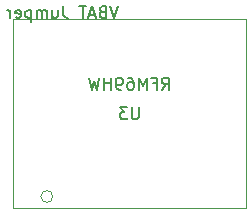
<source format=gbr>
G04 #@! TF.GenerationSoftware,KiCad,Pcbnew,6.0.0-rc1-unknown-a6325aa~66~ubuntu18.04.1*
G04 #@! TF.CreationDate,2018-09-06T22:08:46+02:00*
G04 #@! TF.ProjectId,STM32_Sensor_V4,53544D33325F53656E736F725F56342E,rev?*
G04 #@! TF.SameCoordinates,Original*
G04 #@! TF.FileFunction,Other,Fab,Bot*
%FSLAX46Y46*%
G04 Gerber Fmt 4.6, Leading zero omitted, Abs format (unit mm)*
G04 Created by KiCad (PCBNEW 6.0.0-rc1-unknown-a6325aa~66~ubuntu18.04.1) date Thu Sep  6 22:08:46 2018*
%MOMM*%
%LPD*%
G01*
G04 APERTURE LIST*
%ADD10C,0.100000*%
%ADD11C,0.150000*%
G04 APERTURE END LIST*
D10*
G04 #@! TO.C,U3*
X136990000Y-107540000D02*
G75*
G03X136990000Y-107540000I-500000J0D01*
G01*
X133640000Y-108540000D02*
X153340000Y-108540000D01*
X153340000Y-108540000D02*
X153340000Y-92540000D01*
X153340000Y-92540000D02*
X133640000Y-92540000D01*
X133640000Y-92540000D02*
X133640000Y-108540000D01*
G04 #@! TD*
G04 #@! TO.C,U3*
D11*
X146228095Y-98492380D02*
X146561428Y-98016190D01*
X146799523Y-98492380D02*
X146799523Y-97492380D01*
X146418571Y-97492380D01*
X146323333Y-97540000D01*
X146275714Y-97587619D01*
X146228095Y-97682857D01*
X146228095Y-97825714D01*
X146275714Y-97920952D01*
X146323333Y-97968571D01*
X146418571Y-98016190D01*
X146799523Y-98016190D01*
X145466190Y-97968571D02*
X145799523Y-97968571D01*
X145799523Y-98492380D02*
X145799523Y-97492380D01*
X145323333Y-97492380D01*
X144942380Y-98492380D02*
X144942380Y-97492380D01*
X144609047Y-98206666D01*
X144275714Y-97492380D01*
X144275714Y-98492380D01*
X143370952Y-97492380D02*
X143561428Y-97492380D01*
X143656666Y-97540000D01*
X143704285Y-97587619D01*
X143799523Y-97730476D01*
X143847142Y-97920952D01*
X143847142Y-98301904D01*
X143799523Y-98397142D01*
X143751904Y-98444761D01*
X143656666Y-98492380D01*
X143466190Y-98492380D01*
X143370952Y-98444761D01*
X143323333Y-98397142D01*
X143275714Y-98301904D01*
X143275714Y-98063809D01*
X143323333Y-97968571D01*
X143370952Y-97920952D01*
X143466190Y-97873333D01*
X143656666Y-97873333D01*
X143751904Y-97920952D01*
X143799523Y-97968571D01*
X143847142Y-98063809D01*
X142799523Y-98492380D02*
X142609047Y-98492380D01*
X142513809Y-98444761D01*
X142466190Y-98397142D01*
X142370952Y-98254285D01*
X142323333Y-98063809D01*
X142323333Y-97682857D01*
X142370952Y-97587619D01*
X142418571Y-97540000D01*
X142513809Y-97492380D01*
X142704285Y-97492380D01*
X142799523Y-97540000D01*
X142847142Y-97587619D01*
X142894761Y-97682857D01*
X142894761Y-97920952D01*
X142847142Y-98016190D01*
X142799523Y-98063809D01*
X142704285Y-98111428D01*
X142513809Y-98111428D01*
X142418571Y-98063809D01*
X142370952Y-98016190D01*
X142323333Y-97920952D01*
X141894761Y-98492380D02*
X141894761Y-97492380D01*
X141894761Y-97968571D02*
X141323333Y-97968571D01*
X141323333Y-98492380D02*
X141323333Y-97492380D01*
X140942380Y-97492380D02*
X140704285Y-98492380D01*
X140513809Y-97778095D01*
X140323333Y-98492380D01*
X140085238Y-97492380D01*
X144251904Y-99992380D02*
X144251904Y-100801904D01*
X144204285Y-100897142D01*
X144156666Y-100944761D01*
X144061428Y-100992380D01*
X143870952Y-100992380D01*
X143775714Y-100944761D01*
X143728095Y-100897142D01*
X143680476Y-100801904D01*
X143680476Y-99992380D01*
X143299523Y-99992380D02*
X142680476Y-99992380D01*
X143013809Y-100373333D01*
X142870952Y-100373333D01*
X142775714Y-100420952D01*
X142728095Y-100468571D01*
X142680476Y-100563809D01*
X142680476Y-100801904D01*
X142728095Y-100897142D01*
X142775714Y-100944761D01*
X142870952Y-100992380D01*
X143156666Y-100992380D01*
X143251904Y-100944761D01*
X143299523Y-100897142D01*
G04 #@! TO.C,JP1*
X142534285Y-91422380D02*
X142200952Y-92422380D01*
X141867619Y-91422380D01*
X141200952Y-91898571D02*
X141058095Y-91946190D01*
X141010476Y-91993809D01*
X140962857Y-92089047D01*
X140962857Y-92231904D01*
X141010476Y-92327142D01*
X141058095Y-92374761D01*
X141153333Y-92422380D01*
X141534285Y-92422380D01*
X141534285Y-91422380D01*
X141200952Y-91422380D01*
X141105714Y-91470000D01*
X141058095Y-91517619D01*
X141010476Y-91612857D01*
X141010476Y-91708095D01*
X141058095Y-91803333D01*
X141105714Y-91850952D01*
X141200952Y-91898571D01*
X141534285Y-91898571D01*
X140581904Y-92136666D02*
X140105714Y-92136666D01*
X140677142Y-92422380D02*
X140343809Y-91422380D01*
X140010476Y-92422380D01*
X139820000Y-91422380D02*
X139248571Y-91422380D01*
X139534285Y-92422380D02*
X139534285Y-91422380D01*
X137867619Y-91422380D02*
X137867619Y-92136666D01*
X137915238Y-92279523D01*
X138010476Y-92374761D01*
X138153333Y-92422380D01*
X138248571Y-92422380D01*
X136962857Y-91755714D02*
X136962857Y-92422380D01*
X137391428Y-91755714D02*
X137391428Y-92279523D01*
X137343809Y-92374761D01*
X137248571Y-92422380D01*
X137105714Y-92422380D01*
X137010476Y-92374761D01*
X136962857Y-92327142D01*
X136486666Y-92422380D02*
X136486666Y-91755714D01*
X136486666Y-91850952D02*
X136439047Y-91803333D01*
X136343809Y-91755714D01*
X136200952Y-91755714D01*
X136105714Y-91803333D01*
X136058095Y-91898571D01*
X136058095Y-92422380D01*
X136058095Y-91898571D02*
X136010476Y-91803333D01*
X135915238Y-91755714D01*
X135772380Y-91755714D01*
X135677142Y-91803333D01*
X135629523Y-91898571D01*
X135629523Y-92422380D01*
X135153333Y-91755714D02*
X135153333Y-92755714D01*
X135153333Y-91803333D02*
X135058095Y-91755714D01*
X134867619Y-91755714D01*
X134772380Y-91803333D01*
X134724761Y-91850952D01*
X134677142Y-91946190D01*
X134677142Y-92231904D01*
X134724761Y-92327142D01*
X134772380Y-92374761D01*
X134867619Y-92422380D01*
X135058095Y-92422380D01*
X135153333Y-92374761D01*
X133867619Y-92374761D02*
X133962857Y-92422380D01*
X134153333Y-92422380D01*
X134248571Y-92374761D01*
X134296190Y-92279523D01*
X134296190Y-91898571D01*
X134248571Y-91803333D01*
X134153333Y-91755714D01*
X133962857Y-91755714D01*
X133867619Y-91803333D01*
X133820000Y-91898571D01*
X133820000Y-91993809D01*
X134296190Y-92089047D01*
X133391428Y-92422380D02*
X133391428Y-91755714D01*
X133391428Y-91946190D02*
X133343809Y-91850952D01*
X133296190Y-91803333D01*
X133200952Y-91755714D01*
X133105714Y-91755714D01*
G04 #@! TD*
M02*

</source>
